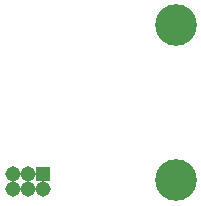
<source format=gbs>
G75*
G70*
%OFA0B0*%
%FSLAX24Y24*%
%IPPOS*%
%LPD*%
%AMOC8*
5,1,8,0,0,1.08239X$1,22.5*
%
%ADD10C,0.1390*%
%ADD11C,0.0516*%
%ADD12R,0.0516X0.0516*%
D10*
X013090Y002315D03*
X013090Y007485D03*
D11*
X007650Y002020D03*
X008150Y002020D03*
X008650Y002020D03*
X008150Y002520D03*
X007650Y002520D03*
D12*
X008650Y002520D03*
M02*

</source>
